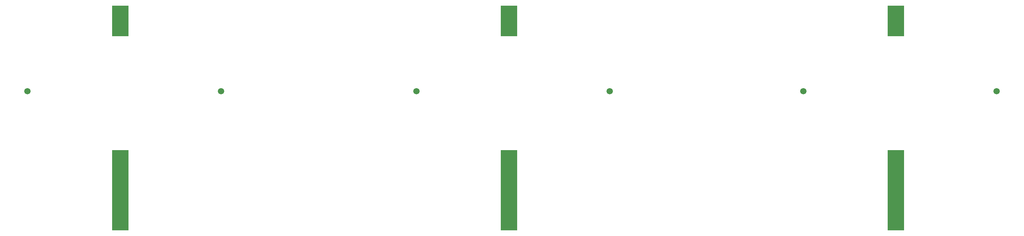
<source format=gtp>
G04 Layer_Color=8421504*
%FSLAX42Y42*%
%MOMM*%
G71*
G01*
G75*
%ADD10R,4.00X19.16*%
%ADD11R,4.00X7.26*%
%ADD12C,1.52*%
D10*
X4893Y1836D02*
D03*
X23343D02*
D03*
X14143D02*
D03*
D11*
X4893Y5878D02*
D03*
X23343D02*
D03*
X14143D02*
D03*
D12*
X7289Y4197D02*
D03*
X11939D02*
D03*
X2689D02*
D03*
X16539D02*
D03*
X25739D02*
D03*
X21139D02*
D03*
M02*

</source>
